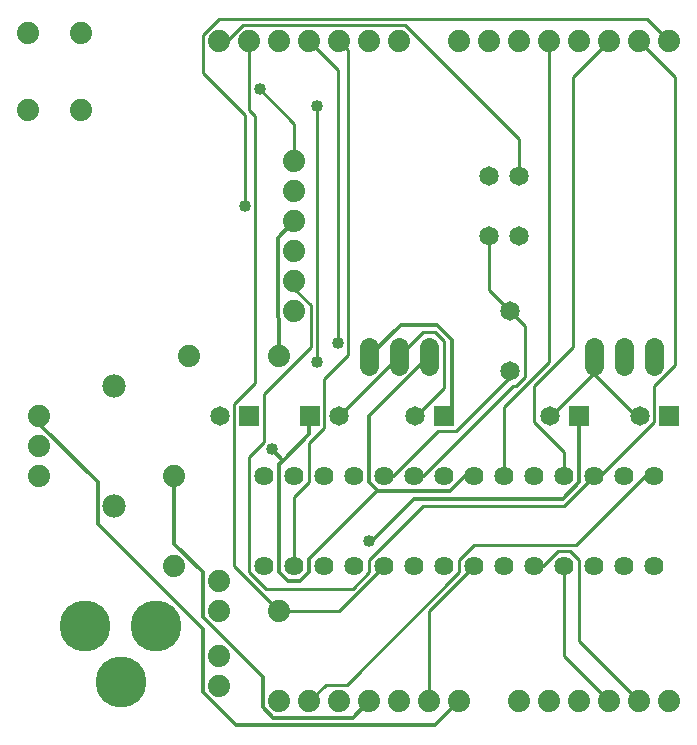
<source format=gbl>
G75*
%MOIN*%
%OFA0B0*%
%FSLAX25Y25*%
%IPPOS*%
%LPD*%
%AMOC8*
5,1,8,0,0,1.08239X$1,22.5*
%
%ADD10R,0.06500X0.06500*%
%ADD11C,0.06500*%
%ADD12C,0.07400*%
%ADD13C,0.07800*%
%ADD14C,0.17000*%
%ADD15C,0.06400*%
%ADD16C,0.06400*%
%ADD17C,0.01200*%
%ADD18C,0.01000*%
%ADD19C,0.04000*%
D10*
X0168255Y0140000D03*
X0188412Y0140000D03*
X0233255Y0140000D03*
X0278255Y0140000D03*
X0308255Y0140000D03*
D11*
X0298412Y0140000D03*
X0268412Y0140000D03*
X0255333Y0155000D03*
X0255333Y0175000D03*
X0258333Y0200000D03*
X0248333Y0200000D03*
X0248333Y0220000D03*
X0258333Y0220000D03*
X0223412Y0140000D03*
X0198255Y0140000D03*
X0158412Y0140000D03*
D12*
X0148333Y0160000D03*
X0178333Y0160000D03*
X0183333Y0175000D03*
X0183333Y0185000D03*
X0183333Y0195000D03*
X0183333Y0205000D03*
X0183333Y0215000D03*
X0183333Y0225000D03*
X0178333Y0265000D03*
X0168333Y0265000D03*
X0158333Y0265000D03*
X0188333Y0265000D03*
X0198333Y0265000D03*
X0208333Y0265000D03*
X0218333Y0265000D03*
X0238333Y0265000D03*
X0248333Y0265000D03*
X0258333Y0265000D03*
X0268333Y0265000D03*
X0278333Y0265000D03*
X0288333Y0265000D03*
X0298333Y0265000D03*
X0308333Y0265000D03*
X0112233Y0267800D03*
X0094433Y0267800D03*
X0094433Y0242200D03*
X0112233Y0242200D03*
X0098333Y0140000D03*
X0098333Y0130000D03*
X0098333Y0120000D03*
X0143333Y0120000D03*
X0143333Y0090000D03*
X0158333Y0085000D03*
X0158333Y0075000D03*
X0178333Y0075000D03*
X0158333Y0060000D03*
X0158333Y0050000D03*
X0178333Y0045000D03*
X0188333Y0045000D03*
X0198333Y0045000D03*
X0208333Y0045000D03*
X0218333Y0045000D03*
X0228333Y0045000D03*
X0238333Y0045000D03*
X0258333Y0045000D03*
X0268333Y0045000D03*
X0278333Y0045000D03*
X0288333Y0045000D03*
X0298333Y0045000D03*
X0308333Y0045000D03*
D13*
X0123333Y0110000D03*
X0123333Y0150000D03*
D14*
X0113648Y0070000D03*
X0137270Y0070000D03*
X0125459Y0051496D03*
D15*
X0173333Y0090000D03*
X0183333Y0090000D03*
X0193333Y0090000D03*
X0203333Y0090000D03*
X0213333Y0090000D03*
X0223333Y0090000D03*
X0233333Y0090000D03*
X0243333Y0090000D03*
X0253333Y0090000D03*
X0263333Y0090000D03*
X0273333Y0090000D03*
X0283333Y0090000D03*
X0293333Y0090000D03*
X0303333Y0090000D03*
X0303333Y0120000D03*
X0293333Y0120000D03*
X0283333Y0120000D03*
X0273333Y0120000D03*
X0263333Y0120000D03*
X0253333Y0120000D03*
X0243333Y0120000D03*
X0233333Y0120000D03*
X0223333Y0120000D03*
X0213333Y0120000D03*
X0203333Y0120000D03*
X0193333Y0120000D03*
X0183333Y0120000D03*
X0173333Y0120000D03*
D16*
X0208333Y0156800D02*
X0208333Y0163200D01*
X0218333Y0163200D02*
X0218333Y0156800D01*
X0228333Y0156800D02*
X0228333Y0163200D01*
X0283333Y0163200D02*
X0283333Y0156800D01*
X0293333Y0156800D02*
X0293333Y0163200D01*
X0303333Y0163200D02*
X0303333Y0156800D01*
D17*
X0278333Y0140000D02*
X0278255Y0140000D01*
X0278333Y0140000D02*
X0278333Y0118000D01*
X0272833Y0112500D01*
X0223333Y0112500D01*
X0209333Y0098500D01*
X0208333Y0098500D01*
X0210833Y0115000D02*
X0188333Y0092500D01*
X0188333Y0088000D01*
X0185333Y0085000D01*
X0181333Y0085000D01*
X0178333Y0088000D01*
X0178333Y0124000D01*
X0179583Y0125250D01*
X0175833Y0129000D01*
X0179583Y0125250D02*
X0188333Y0134000D01*
X0188333Y0140000D01*
X0188412Y0140000D01*
X0208333Y0140000D02*
X0228333Y0160000D01*
X0235833Y0165500D02*
X0235833Y0142500D01*
X0233333Y0140000D01*
X0233255Y0140000D01*
X0208333Y0140000D02*
X0208333Y0118000D01*
X0211333Y0115000D01*
X0210833Y0115000D01*
X0211333Y0115000D02*
X0235333Y0115000D01*
X0240333Y0120000D01*
X0243333Y0120000D01*
X0208333Y0160000D02*
X0218833Y0170500D01*
X0230833Y0170500D01*
X0235833Y0165500D01*
X0178333Y0160000D02*
X0178333Y0172500D01*
X0177833Y0173000D01*
X0177833Y0199500D01*
X0183333Y0205000D01*
X0098333Y0140000D02*
X0098333Y0137500D01*
X0117833Y0118000D01*
X0117833Y0104000D01*
X0152833Y0069000D01*
X0152833Y0048000D01*
X0163833Y0037000D01*
X0230333Y0037000D01*
X0238333Y0045000D01*
X0208333Y0045000D02*
X0202833Y0039500D01*
X0176333Y0039500D01*
X0172833Y0043000D01*
X0172833Y0053000D01*
X0152833Y0073000D01*
X0152833Y0088000D01*
X0143333Y0097500D01*
X0143333Y0120000D01*
D18*
X0168333Y0126500D02*
X0168333Y0088000D01*
X0173833Y0082500D01*
X0202833Y0082500D01*
X0208333Y0088000D01*
X0208333Y0092000D01*
X0226333Y0110000D01*
X0273333Y0110000D01*
X0283333Y0120000D01*
X0285333Y0120000D01*
X0303333Y0138000D01*
X0303333Y0150000D01*
X0310333Y0157000D01*
X0310333Y0253000D01*
X0298333Y0265000D01*
X0300833Y0272500D02*
X0308333Y0265000D01*
X0300833Y0272500D02*
X0158333Y0272500D01*
X0152833Y0267000D01*
X0152833Y0254500D01*
X0166833Y0240500D01*
X0166833Y0210000D01*
X0183333Y0225000D02*
X0183333Y0237500D01*
X0171833Y0249000D01*
X0168333Y0242000D02*
X0170333Y0240000D01*
X0170333Y0151000D01*
X0163333Y0144000D01*
X0163333Y0090000D01*
X0178333Y0075000D01*
X0198333Y0075000D01*
X0213333Y0090000D01*
X0228333Y0075000D02*
X0243333Y0090000D01*
X0238333Y0088000D02*
X0200833Y0050500D01*
X0193833Y0050500D01*
X0188333Y0045000D01*
X0228333Y0045000D02*
X0228333Y0075000D01*
X0238333Y0088000D02*
X0238333Y0092000D01*
X0243333Y0097000D01*
X0277333Y0097000D01*
X0300333Y0120000D01*
X0303333Y0120000D01*
X0298412Y0140000D02*
X0297333Y0140000D01*
X0283333Y0154000D01*
X0283333Y0160000D01*
X0283333Y0154500D01*
X0268833Y0140000D01*
X0268412Y0140000D01*
X0263333Y0138000D02*
X0263333Y0150000D01*
X0276333Y0163000D01*
X0276333Y0253000D01*
X0288333Y0265000D01*
X0268333Y0265000D02*
X0268333Y0158000D01*
X0253333Y0143000D01*
X0253333Y0120000D01*
X0273333Y0120000D02*
X0273333Y0128000D01*
X0263333Y0138000D01*
X0257333Y0150000D02*
X0260333Y0153000D01*
X0260333Y0170000D01*
X0255333Y0175000D01*
X0248333Y0182000D01*
X0248333Y0200000D01*
X0258333Y0220000D02*
X0258333Y0232500D01*
X0220333Y0270500D01*
X0166333Y0270500D01*
X0160833Y0265000D01*
X0158333Y0265000D01*
X0168333Y0265000D02*
X0168333Y0242000D01*
X0190833Y0243500D02*
X0190833Y0158000D01*
X0188833Y0163000D02*
X0173333Y0147500D01*
X0173333Y0131500D01*
X0168333Y0126500D01*
X0183333Y0113000D02*
X0188333Y0118000D01*
X0188333Y0131000D01*
X0193333Y0136000D01*
X0193333Y0152500D01*
X0201333Y0160500D01*
X0201333Y0262000D01*
X0198333Y0265000D01*
X0197833Y0255500D02*
X0188333Y0265000D01*
X0197833Y0255500D02*
X0197833Y0164500D01*
X0188833Y0163000D02*
X0188833Y0177000D01*
X0183333Y0182500D01*
X0183333Y0185000D01*
X0218333Y0160000D02*
X0226333Y0168000D01*
X0230333Y0168000D01*
X0233333Y0165000D01*
X0233333Y0149500D01*
X0223833Y0140000D01*
X0223412Y0140000D01*
X0231333Y0135000D02*
X0237333Y0135000D01*
X0255333Y0153000D01*
X0255333Y0155000D01*
X0256333Y0150000D02*
X0257333Y0150000D01*
X0256333Y0150000D02*
X0226333Y0120000D01*
X0223333Y0120000D01*
X0216333Y0120000D02*
X0231333Y0135000D01*
X0216333Y0120000D02*
X0213333Y0120000D01*
X0198333Y0140000D02*
X0198255Y0140000D01*
X0198333Y0140000D02*
X0218333Y0160000D01*
X0183333Y0113000D02*
X0183333Y0090000D01*
X0263333Y0090000D02*
X0266333Y0090000D01*
X0271333Y0095000D01*
X0275333Y0095000D01*
X0278333Y0092000D01*
X0278333Y0065000D01*
X0298333Y0045000D01*
X0288333Y0045000D02*
X0273333Y0060000D01*
X0273333Y0090000D01*
D19*
X0208333Y0098500D03*
X0175833Y0129000D03*
X0190833Y0158000D03*
X0197833Y0164500D03*
X0166833Y0210000D03*
X0190833Y0243500D03*
X0171833Y0249000D03*
M02*

</source>
